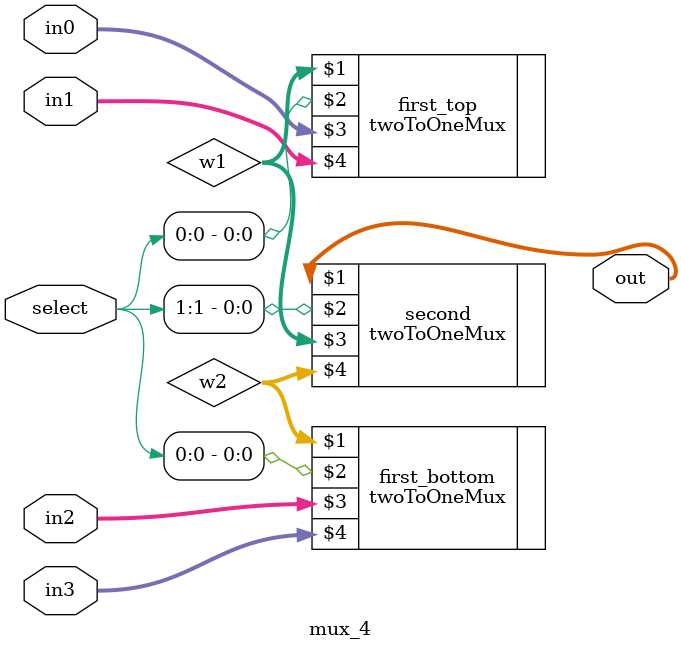
<source format=v>
module mux_4(out, select, in0, in1, in2, in3); 
    input [1:0] select;
    input [31:0] in0, in1, in2, in3; 
    output [31:0] out; 
    wire [31:0] w1, w2; 
    twoToOneMux first_top(w1, select[0], in0, in1); 
    twoToOneMux first_bottom(w2, select[0], in2, in3); 
    twoToOneMux second(out, select[1], w1, w2); 
endmodule
</source>
